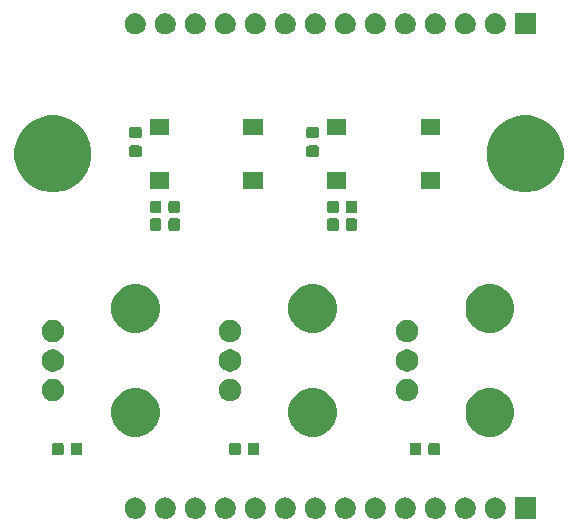
<source format=gbr>
G04 #@! TF.GenerationSoftware,KiCad,Pcbnew,5.1.5*
G04 #@! TF.CreationDate,2020-01-13T20:50:12-05:00*
G04 #@! TF.ProjectId,inputs_addon,696e7075-7473-45f6-9164-646f6e2e6b69,0*
G04 #@! TF.SameCoordinates,Original*
G04 #@! TF.FileFunction,Soldermask,Top*
G04 #@! TF.FilePolarity,Negative*
%FSLAX46Y46*%
G04 Gerber Fmt 4.6, Leading zero omitted, Abs format (unit mm)*
G04 Created by KiCad (PCBNEW 5.1.5) date 2020-01-13 20:50:12*
%MOMM*%
%LPD*%
G04 APERTURE LIST*
%ADD10C,0.100000*%
G04 APERTURE END LIST*
D10*
G36*
X162093512Y-144103927D02*
G01*
X162242812Y-144133624D01*
X162406784Y-144201544D01*
X162554354Y-144300147D01*
X162679853Y-144425646D01*
X162778456Y-144573216D01*
X162846376Y-144737188D01*
X162881000Y-144911259D01*
X162881000Y-145088741D01*
X162846376Y-145262812D01*
X162778456Y-145426784D01*
X162679853Y-145574354D01*
X162554354Y-145699853D01*
X162406784Y-145798456D01*
X162242812Y-145866376D01*
X162093512Y-145896073D01*
X162068742Y-145901000D01*
X161891258Y-145901000D01*
X161866488Y-145896073D01*
X161717188Y-145866376D01*
X161553216Y-145798456D01*
X161405646Y-145699853D01*
X161280147Y-145574354D01*
X161181544Y-145426784D01*
X161113624Y-145262812D01*
X161079000Y-145088741D01*
X161079000Y-144911259D01*
X161113624Y-144737188D01*
X161181544Y-144573216D01*
X161280147Y-144425646D01*
X161405646Y-144300147D01*
X161553216Y-144201544D01*
X161717188Y-144133624D01*
X161866488Y-144103927D01*
X161891258Y-144099000D01*
X162068742Y-144099000D01*
X162093512Y-144103927D01*
G37*
G36*
X192573512Y-144103927D02*
G01*
X192722812Y-144133624D01*
X192886784Y-144201544D01*
X193034354Y-144300147D01*
X193159853Y-144425646D01*
X193258456Y-144573216D01*
X193326376Y-144737188D01*
X193361000Y-144911259D01*
X193361000Y-145088741D01*
X193326376Y-145262812D01*
X193258456Y-145426784D01*
X193159853Y-145574354D01*
X193034354Y-145699853D01*
X192886784Y-145798456D01*
X192722812Y-145866376D01*
X192573512Y-145896073D01*
X192548742Y-145901000D01*
X192371258Y-145901000D01*
X192346488Y-145896073D01*
X192197188Y-145866376D01*
X192033216Y-145798456D01*
X191885646Y-145699853D01*
X191760147Y-145574354D01*
X191661544Y-145426784D01*
X191593624Y-145262812D01*
X191559000Y-145088741D01*
X191559000Y-144911259D01*
X191593624Y-144737188D01*
X191661544Y-144573216D01*
X191760147Y-144425646D01*
X191885646Y-144300147D01*
X192033216Y-144201544D01*
X192197188Y-144133624D01*
X192346488Y-144103927D01*
X192371258Y-144099000D01*
X192548742Y-144099000D01*
X192573512Y-144103927D01*
G37*
G36*
X195901000Y-145901000D02*
G01*
X194099000Y-145901000D01*
X194099000Y-144099000D01*
X195901000Y-144099000D01*
X195901000Y-145901000D01*
G37*
G36*
X190033512Y-144103927D02*
G01*
X190182812Y-144133624D01*
X190346784Y-144201544D01*
X190494354Y-144300147D01*
X190619853Y-144425646D01*
X190718456Y-144573216D01*
X190786376Y-144737188D01*
X190821000Y-144911259D01*
X190821000Y-145088741D01*
X190786376Y-145262812D01*
X190718456Y-145426784D01*
X190619853Y-145574354D01*
X190494354Y-145699853D01*
X190346784Y-145798456D01*
X190182812Y-145866376D01*
X190033512Y-145896073D01*
X190008742Y-145901000D01*
X189831258Y-145901000D01*
X189806488Y-145896073D01*
X189657188Y-145866376D01*
X189493216Y-145798456D01*
X189345646Y-145699853D01*
X189220147Y-145574354D01*
X189121544Y-145426784D01*
X189053624Y-145262812D01*
X189019000Y-145088741D01*
X189019000Y-144911259D01*
X189053624Y-144737188D01*
X189121544Y-144573216D01*
X189220147Y-144425646D01*
X189345646Y-144300147D01*
X189493216Y-144201544D01*
X189657188Y-144133624D01*
X189806488Y-144103927D01*
X189831258Y-144099000D01*
X190008742Y-144099000D01*
X190033512Y-144103927D01*
G37*
G36*
X187493512Y-144103927D02*
G01*
X187642812Y-144133624D01*
X187806784Y-144201544D01*
X187954354Y-144300147D01*
X188079853Y-144425646D01*
X188178456Y-144573216D01*
X188246376Y-144737188D01*
X188281000Y-144911259D01*
X188281000Y-145088741D01*
X188246376Y-145262812D01*
X188178456Y-145426784D01*
X188079853Y-145574354D01*
X187954354Y-145699853D01*
X187806784Y-145798456D01*
X187642812Y-145866376D01*
X187493512Y-145896073D01*
X187468742Y-145901000D01*
X187291258Y-145901000D01*
X187266488Y-145896073D01*
X187117188Y-145866376D01*
X186953216Y-145798456D01*
X186805646Y-145699853D01*
X186680147Y-145574354D01*
X186581544Y-145426784D01*
X186513624Y-145262812D01*
X186479000Y-145088741D01*
X186479000Y-144911259D01*
X186513624Y-144737188D01*
X186581544Y-144573216D01*
X186680147Y-144425646D01*
X186805646Y-144300147D01*
X186953216Y-144201544D01*
X187117188Y-144133624D01*
X187266488Y-144103927D01*
X187291258Y-144099000D01*
X187468742Y-144099000D01*
X187493512Y-144103927D01*
G37*
G36*
X184953512Y-144103927D02*
G01*
X185102812Y-144133624D01*
X185266784Y-144201544D01*
X185414354Y-144300147D01*
X185539853Y-144425646D01*
X185638456Y-144573216D01*
X185706376Y-144737188D01*
X185741000Y-144911259D01*
X185741000Y-145088741D01*
X185706376Y-145262812D01*
X185638456Y-145426784D01*
X185539853Y-145574354D01*
X185414354Y-145699853D01*
X185266784Y-145798456D01*
X185102812Y-145866376D01*
X184953512Y-145896073D01*
X184928742Y-145901000D01*
X184751258Y-145901000D01*
X184726488Y-145896073D01*
X184577188Y-145866376D01*
X184413216Y-145798456D01*
X184265646Y-145699853D01*
X184140147Y-145574354D01*
X184041544Y-145426784D01*
X183973624Y-145262812D01*
X183939000Y-145088741D01*
X183939000Y-144911259D01*
X183973624Y-144737188D01*
X184041544Y-144573216D01*
X184140147Y-144425646D01*
X184265646Y-144300147D01*
X184413216Y-144201544D01*
X184577188Y-144133624D01*
X184726488Y-144103927D01*
X184751258Y-144099000D01*
X184928742Y-144099000D01*
X184953512Y-144103927D01*
G37*
G36*
X182413512Y-144103927D02*
G01*
X182562812Y-144133624D01*
X182726784Y-144201544D01*
X182874354Y-144300147D01*
X182999853Y-144425646D01*
X183098456Y-144573216D01*
X183166376Y-144737188D01*
X183201000Y-144911259D01*
X183201000Y-145088741D01*
X183166376Y-145262812D01*
X183098456Y-145426784D01*
X182999853Y-145574354D01*
X182874354Y-145699853D01*
X182726784Y-145798456D01*
X182562812Y-145866376D01*
X182413512Y-145896073D01*
X182388742Y-145901000D01*
X182211258Y-145901000D01*
X182186488Y-145896073D01*
X182037188Y-145866376D01*
X181873216Y-145798456D01*
X181725646Y-145699853D01*
X181600147Y-145574354D01*
X181501544Y-145426784D01*
X181433624Y-145262812D01*
X181399000Y-145088741D01*
X181399000Y-144911259D01*
X181433624Y-144737188D01*
X181501544Y-144573216D01*
X181600147Y-144425646D01*
X181725646Y-144300147D01*
X181873216Y-144201544D01*
X182037188Y-144133624D01*
X182186488Y-144103927D01*
X182211258Y-144099000D01*
X182388742Y-144099000D01*
X182413512Y-144103927D01*
G37*
G36*
X179873512Y-144103927D02*
G01*
X180022812Y-144133624D01*
X180186784Y-144201544D01*
X180334354Y-144300147D01*
X180459853Y-144425646D01*
X180558456Y-144573216D01*
X180626376Y-144737188D01*
X180661000Y-144911259D01*
X180661000Y-145088741D01*
X180626376Y-145262812D01*
X180558456Y-145426784D01*
X180459853Y-145574354D01*
X180334354Y-145699853D01*
X180186784Y-145798456D01*
X180022812Y-145866376D01*
X179873512Y-145896073D01*
X179848742Y-145901000D01*
X179671258Y-145901000D01*
X179646488Y-145896073D01*
X179497188Y-145866376D01*
X179333216Y-145798456D01*
X179185646Y-145699853D01*
X179060147Y-145574354D01*
X178961544Y-145426784D01*
X178893624Y-145262812D01*
X178859000Y-145088741D01*
X178859000Y-144911259D01*
X178893624Y-144737188D01*
X178961544Y-144573216D01*
X179060147Y-144425646D01*
X179185646Y-144300147D01*
X179333216Y-144201544D01*
X179497188Y-144133624D01*
X179646488Y-144103927D01*
X179671258Y-144099000D01*
X179848742Y-144099000D01*
X179873512Y-144103927D01*
G37*
G36*
X177333512Y-144103927D02*
G01*
X177482812Y-144133624D01*
X177646784Y-144201544D01*
X177794354Y-144300147D01*
X177919853Y-144425646D01*
X178018456Y-144573216D01*
X178086376Y-144737188D01*
X178121000Y-144911259D01*
X178121000Y-145088741D01*
X178086376Y-145262812D01*
X178018456Y-145426784D01*
X177919853Y-145574354D01*
X177794354Y-145699853D01*
X177646784Y-145798456D01*
X177482812Y-145866376D01*
X177333512Y-145896073D01*
X177308742Y-145901000D01*
X177131258Y-145901000D01*
X177106488Y-145896073D01*
X176957188Y-145866376D01*
X176793216Y-145798456D01*
X176645646Y-145699853D01*
X176520147Y-145574354D01*
X176421544Y-145426784D01*
X176353624Y-145262812D01*
X176319000Y-145088741D01*
X176319000Y-144911259D01*
X176353624Y-144737188D01*
X176421544Y-144573216D01*
X176520147Y-144425646D01*
X176645646Y-144300147D01*
X176793216Y-144201544D01*
X176957188Y-144133624D01*
X177106488Y-144103927D01*
X177131258Y-144099000D01*
X177308742Y-144099000D01*
X177333512Y-144103927D01*
G37*
G36*
X174793512Y-144103927D02*
G01*
X174942812Y-144133624D01*
X175106784Y-144201544D01*
X175254354Y-144300147D01*
X175379853Y-144425646D01*
X175478456Y-144573216D01*
X175546376Y-144737188D01*
X175581000Y-144911259D01*
X175581000Y-145088741D01*
X175546376Y-145262812D01*
X175478456Y-145426784D01*
X175379853Y-145574354D01*
X175254354Y-145699853D01*
X175106784Y-145798456D01*
X174942812Y-145866376D01*
X174793512Y-145896073D01*
X174768742Y-145901000D01*
X174591258Y-145901000D01*
X174566488Y-145896073D01*
X174417188Y-145866376D01*
X174253216Y-145798456D01*
X174105646Y-145699853D01*
X173980147Y-145574354D01*
X173881544Y-145426784D01*
X173813624Y-145262812D01*
X173779000Y-145088741D01*
X173779000Y-144911259D01*
X173813624Y-144737188D01*
X173881544Y-144573216D01*
X173980147Y-144425646D01*
X174105646Y-144300147D01*
X174253216Y-144201544D01*
X174417188Y-144133624D01*
X174566488Y-144103927D01*
X174591258Y-144099000D01*
X174768742Y-144099000D01*
X174793512Y-144103927D01*
G37*
G36*
X172253512Y-144103927D02*
G01*
X172402812Y-144133624D01*
X172566784Y-144201544D01*
X172714354Y-144300147D01*
X172839853Y-144425646D01*
X172938456Y-144573216D01*
X173006376Y-144737188D01*
X173041000Y-144911259D01*
X173041000Y-145088741D01*
X173006376Y-145262812D01*
X172938456Y-145426784D01*
X172839853Y-145574354D01*
X172714354Y-145699853D01*
X172566784Y-145798456D01*
X172402812Y-145866376D01*
X172253512Y-145896073D01*
X172228742Y-145901000D01*
X172051258Y-145901000D01*
X172026488Y-145896073D01*
X171877188Y-145866376D01*
X171713216Y-145798456D01*
X171565646Y-145699853D01*
X171440147Y-145574354D01*
X171341544Y-145426784D01*
X171273624Y-145262812D01*
X171239000Y-145088741D01*
X171239000Y-144911259D01*
X171273624Y-144737188D01*
X171341544Y-144573216D01*
X171440147Y-144425646D01*
X171565646Y-144300147D01*
X171713216Y-144201544D01*
X171877188Y-144133624D01*
X172026488Y-144103927D01*
X172051258Y-144099000D01*
X172228742Y-144099000D01*
X172253512Y-144103927D01*
G37*
G36*
X169713512Y-144103927D02*
G01*
X169862812Y-144133624D01*
X170026784Y-144201544D01*
X170174354Y-144300147D01*
X170299853Y-144425646D01*
X170398456Y-144573216D01*
X170466376Y-144737188D01*
X170501000Y-144911259D01*
X170501000Y-145088741D01*
X170466376Y-145262812D01*
X170398456Y-145426784D01*
X170299853Y-145574354D01*
X170174354Y-145699853D01*
X170026784Y-145798456D01*
X169862812Y-145866376D01*
X169713512Y-145896073D01*
X169688742Y-145901000D01*
X169511258Y-145901000D01*
X169486488Y-145896073D01*
X169337188Y-145866376D01*
X169173216Y-145798456D01*
X169025646Y-145699853D01*
X168900147Y-145574354D01*
X168801544Y-145426784D01*
X168733624Y-145262812D01*
X168699000Y-145088741D01*
X168699000Y-144911259D01*
X168733624Y-144737188D01*
X168801544Y-144573216D01*
X168900147Y-144425646D01*
X169025646Y-144300147D01*
X169173216Y-144201544D01*
X169337188Y-144133624D01*
X169486488Y-144103927D01*
X169511258Y-144099000D01*
X169688742Y-144099000D01*
X169713512Y-144103927D01*
G37*
G36*
X167173512Y-144103927D02*
G01*
X167322812Y-144133624D01*
X167486784Y-144201544D01*
X167634354Y-144300147D01*
X167759853Y-144425646D01*
X167858456Y-144573216D01*
X167926376Y-144737188D01*
X167961000Y-144911259D01*
X167961000Y-145088741D01*
X167926376Y-145262812D01*
X167858456Y-145426784D01*
X167759853Y-145574354D01*
X167634354Y-145699853D01*
X167486784Y-145798456D01*
X167322812Y-145866376D01*
X167173512Y-145896073D01*
X167148742Y-145901000D01*
X166971258Y-145901000D01*
X166946488Y-145896073D01*
X166797188Y-145866376D01*
X166633216Y-145798456D01*
X166485646Y-145699853D01*
X166360147Y-145574354D01*
X166261544Y-145426784D01*
X166193624Y-145262812D01*
X166159000Y-145088741D01*
X166159000Y-144911259D01*
X166193624Y-144737188D01*
X166261544Y-144573216D01*
X166360147Y-144425646D01*
X166485646Y-144300147D01*
X166633216Y-144201544D01*
X166797188Y-144133624D01*
X166946488Y-144103927D01*
X166971258Y-144099000D01*
X167148742Y-144099000D01*
X167173512Y-144103927D01*
G37*
G36*
X164633512Y-144103927D02*
G01*
X164782812Y-144133624D01*
X164946784Y-144201544D01*
X165094354Y-144300147D01*
X165219853Y-144425646D01*
X165318456Y-144573216D01*
X165386376Y-144737188D01*
X165421000Y-144911259D01*
X165421000Y-145088741D01*
X165386376Y-145262812D01*
X165318456Y-145426784D01*
X165219853Y-145574354D01*
X165094354Y-145699853D01*
X164946784Y-145798456D01*
X164782812Y-145866376D01*
X164633512Y-145896073D01*
X164608742Y-145901000D01*
X164431258Y-145901000D01*
X164406488Y-145896073D01*
X164257188Y-145866376D01*
X164093216Y-145798456D01*
X163945646Y-145699853D01*
X163820147Y-145574354D01*
X163721544Y-145426784D01*
X163653624Y-145262812D01*
X163619000Y-145088741D01*
X163619000Y-144911259D01*
X163653624Y-144737188D01*
X163721544Y-144573216D01*
X163820147Y-144425646D01*
X163945646Y-144300147D01*
X164093216Y-144201544D01*
X164257188Y-144133624D01*
X164406488Y-144103927D01*
X164431258Y-144099000D01*
X164608742Y-144099000D01*
X164633512Y-144103927D01*
G37*
G36*
X187629591Y-139478085D02*
G01*
X187663569Y-139488393D01*
X187694890Y-139505134D01*
X187722339Y-139527661D01*
X187744866Y-139555110D01*
X187761607Y-139586431D01*
X187771915Y-139620409D01*
X187776000Y-139661890D01*
X187776000Y-140338110D01*
X187771915Y-140379591D01*
X187761607Y-140413569D01*
X187744866Y-140444890D01*
X187722339Y-140472339D01*
X187694890Y-140494866D01*
X187663569Y-140511607D01*
X187629591Y-140521915D01*
X187588110Y-140526000D01*
X186986890Y-140526000D01*
X186945409Y-140521915D01*
X186911431Y-140511607D01*
X186880110Y-140494866D01*
X186852661Y-140472339D01*
X186830134Y-140444890D01*
X186813393Y-140413569D01*
X186803085Y-140379591D01*
X186799000Y-140338110D01*
X186799000Y-139661890D01*
X186803085Y-139620409D01*
X186813393Y-139586431D01*
X186830134Y-139555110D01*
X186852661Y-139527661D01*
X186880110Y-139505134D01*
X186911431Y-139488393D01*
X186945409Y-139478085D01*
X186986890Y-139474000D01*
X187588110Y-139474000D01*
X187629591Y-139478085D01*
G37*
G36*
X186054591Y-139478085D02*
G01*
X186088569Y-139488393D01*
X186119890Y-139505134D01*
X186147339Y-139527661D01*
X186169866Y-139555110D01*
X186186607Y-139586431D01*
X186196915Y-139620409D01*
X186201000Y-139661890D01*
X186201000Y-140338110D01*
X186196915Y-140379591D01*
X186186607Y-140413569D01*
X186169866Y-140444890D01*
X186147339Y-140472339D01*
X186119890Y-140494866D01*
X186088569Y-140511607D01*
X186054591Y-140521915D01*
X186013110Y-140526000D01*
X185411890Y-140526000D01*
X185370409Y-140521915D01*
X185336431Y-140511607D01*
X185305110Y-140494866D01*
X185277661Y-140472339D01*
X185255134Y-140444890D01*
X185238393Y-140413569D01*
X185228085Y-140379591D01*
X185224000Y-140338110D01*
X185224000Y-139661890D01*
X185228085Y-139620409D01*
X185238393Y-139586431D01*
X185255134Y-139555110D01*
X185277661Y-139527661D01*
X185305110Y-139505134D01*
X185336431Y-139488393D01*
X185370409Y-139478085D01*
X185411890Y-139474000D01*
X186013110Y-139474000D01*
X186054591Y-139478085D01*
G37*
G36*
X170767091Y-139478085D02*
G01*
X170801069Y-139488393D01*
X170832390Y-139505134D01*
X170859839Y-139527661D01*
X170882366Y-139555110D01*
X170899107Y-139586431D01*
X170909415Y-139620409D01*
X170913500Y-139661890D01*
X170913500Y-140338110D01*
X170909415Y-140379591D01*
X170899107Y-140413569D01*
X170882366Y-140444890D01*
X170859839Y-140472339D01*
X170832390Y-140494866D01*
X170801069Y-140511607D01*
X170767091Y-140521915D01*
X170725610Y-140526000D01*
X170124390Y-140526000D01*
X170082909Y-140521915D01*
X170048931Y-140511607D01*
X170017610Y-140494866D01*
X169990161Y-140472339D01*
X169967634Y-140444890D01*
X169950893Y-140413569D01*
X169940585Y-140379591D01*
X169936500Y-140338110D01*
X169936500Y-139661890D01*
X169940585Y-139620409D01*
X169950893Y-139586431D01*
X169967634Y-139555110D01*
X169990161Y-139527661D01*
X170017610Y-139505134D01*
X170048931Y-139488393D01*
X170082909Y-139478085D01*
X170124390Y-139474000D01*
X170725610Y-139474000D01*
X170767091Y-139478085D01*
G37*
G36*
X155767091Y-139478085D02*
G01*
X155801069Y-139488393D01*
X155832390Y-139505134D01*
X155859839Y-139527661D01*
X155882366Y-139555110D01*
X155899107Y-139586431D01*
X155909415Y-139620409D01*
X155913500Y-139661890D01*
X155913500Y-140338110D01*
X155909415Y-140379591D01*
X155899107Y-140413569D01*
X155882366Y-140444890D01*
X155859839Y-140472339D01*
X155832390Y-140494866D01*
X155801069Y-140511607D01*
X155767091Y-140521915D01*
X155725610Y-140526000D01*
X155124390Y-140526000D01*
X155082909Y-140521915D01*
X155048931Y-140511607D01*
X155017610Y-140494866D01*
X154990161Y-140472339D01*
X154967634Y-140444890D01*
X154950893Y-140413569D01*
X154940585Y-140379591D01*
X154936500Y-140338110D01*
X154936500Y-139661890D01*
X154940585Y-139620409D01*
X154950893Y-139586431D01*
X154967634Y-139555110D01*
X154990161Y-139527661D01*
X155017610Y-139505134D01*
X155048931Y-139488393D01*
X155082909Y-139478085D01*
X155124390Y-139474000D01*
X155725610Y-139474000D01*
X155767091Y-139478085D01*
G37*
G36*
X172342091Y-139478085D02*
G01*
X172376069Y-139488393D01*
X172407390Y-139505134D01*
X172434839Y-139527661D01*
X172457366Y-139555110D01*
X172474107Y-139586431D01*
X172484415Y-139620409D01*
X172488500Y-139661890D01*
X172488500Y-140338110D01*
X172484415Y-140379591D01*
X172474107Y-140413569D01*
X172457366Y-140444890D01*
X172434839Y-140472339D01*
X172407390Y-140494866D01*
X172376069Y-140511607D01*
X172342091Y-140521915D01*
X172300610Y-140526000D01*
X171699390Y-140526000D01*
X171657909Y-140521915D01*
X171623931Y-140511607D01*
X171592610Y-140494866D01*
X171565161Y-140472339D01*
X171542634Y-140444890D01*
X171525893Y-140413569D01*
X171515585Y-140379591D01*
X171511500Y-140338110D01*
X171511500Y-139661890D01*
X171515585Y-139620409D01*
X171525893Y-139586431D01*
X171542634Y-139555110D01*
X171565161Y-139527661D01*
X171592610Y-139505134D01*
X171623931Y-139488393D01*
X171657909Y-139478085D01*
X171699390Y-139474000D01*
X172300610Y-139474000D01*
X172342091Y-139478085D01*
G37*
G36*
X157342091Y-139478085D02*
G01*
X157376069Y-139488393D01*
X157407390Y-139505134D01*
X157434839Y-139527661D01*
X157457366Y-139555110D01*
X157474107Y-139586431D01*
X157484415Y-139620409D01*
X157488500Y-139661890D01*
X157488500Y-140338110D01*
X157484415Y-140379591D01*
X157474107Y-140413569D01*
X157457366Y-140444890D01*
X157434839Y-140472339D01*
X157407390Y-140494866D01*
X157376069Y-140511607D01*
X157342091Y-140521915D01*
X157300610Y-140526000D01*
X156699390Y-140526000D01*
X156657909Y-140521915D01*
X156623931Y-140511607D01*
X156592610Y-140494866D01*
X156565161Y-140472339D01*
X156542634Y-140444890D01*
X156525893Y-140413569D01*
X156515585Y-140379591D01*
X156511500Y-140338110D01*
X156511500Y-139661890D01*
X156515585Y-139620409D01*
X156525893Y-139586431D01*
X156542634Y-139555110D01*
X156565161Y-139527661D01*
X156592610Y-139505134D01*
X156623931Y-139488393D01*
X156657909Y-139478085D01*
X156699390Y-139474000D01*
X157300610Y-139474000D01*
X157342091Y-139478085D01*
G37*
G36*
X192598254Y-134927818D02*
G01*
X192971511Y-135082426D01*
X192971513Y-135082427D01*
X193307436Y-135306884D01*
X193593116Y-135592564D01*
X193808196Y-135914453D01*
X193817574Y-135928489D01*
X193972182Y-136301746D01*
X194051000Y-136697993D01*
X194051000Y-137102007D01*
X193972182Y-137498254D01*
X193817574Y-137871511D01*
X193817573Y-137871513D01*
X193593116Y-138207436D01*
X193307436Y-138493116D01*
X192971513Y-138717573D01*
X192971512Y-138717574D01*
X192971511Y-138717574D01*
X192598254Y-138872182D01*
X192202007Y-138951000D01*
X191797993Y-138951000D01*
X191401746Y-138872182D01*
X191028489Y-138717574D01*
X191028488Y-138717574D01*
X191028487Y-138717573D01*
X190692564Y-138493116D01*
X190406884Y-138207436D01*
X190182427Y-137871513D01*
X190182426Y-137871511D01*
X190027818Y-137498254D01*
X189949000Y-137102007D01*
X189949000Y-136697993D01*
X190027818Y-136301746D01*
X190182426Y-135928489D01*
X190191805Y-135914453D01*
X190406884Y-135592564D01*
X190692564Y-135306884D01*
X191028487Y-135082427D01*
X191028489Y-135082426D01*
X191401746Y-134927818D01*
X191797993Y-134849000D01*
X192202007Y-134849000D01*
X192598254Y-134927818D01*
G37*
G36*
X177598254Y-134927818D02*
G01*
X177971511Y-135082426D01*
X177971513Y-135082427D01*
X178307436Y-135306884D01*
X178593116Y-135592564D01*
X178808196Y-135914453D01*
X178817574Y-135928489D01*
X178972182Y-136301746D01*
X179051000Y-136697993D01*
X179051000Y-137102007D01*
X178972182Y-137498254D01*
X178817574Y-137871511D01*
X178817573Y-137871513D01*
X178593116Y-138207436D01*
X178307436Y-138493116D01*
X177971513Y-138717573D01*
X177971512Y-138717574D01*
X177971511Y-138717574D01*
X177598254Y-138872182D01*
X177202007Y-138951000D01*
X176797993Y-138951000D01*
X176401746Y-138872182D01*
X176028489Y-138717574D01*
X176028488Y-138717574D01*
X176028487Y-138717573D01*
X175692564Y-138493116D01*
X175406884Y-138207436D01*
X175182427Y-137871513D01*
X175182426Y-137871511D01*
X175027818Y-137498254D01*
X174949000Y-137102007D01*
X174949000Y-136697993D01*
X175027818Y-136301746D01*
X175182426Y-135928489D01*
X175191805Y-135914453D01*
X175406884Y-135592564D01*
X175692564Y-135306884D01*
X176028487Y-135082427D01*
X176028489Y-135082426D01*
X176401746Y-134927818D01*
X176797993Y-134849000D01*
X177202007Y-134849000D01*
X177598254Y-134927818D01*
G37*
G36*
X162598254Y-134927818D02*
G01*
X162971511Y-135082426D01*
X162971513Y-135082427D01*
X163307436Y-135306884D01*
X163593116Y-135592564D01*
X163808196Y-135914453D01*
X163817574Y-135928489D01*
X163972182Y-136301746D01*
X164051000Y-136697993D01*
X164051000Y-137102007D01*
X163972182Y-137498254D01*
X163817574Y-137871511D01*
X163817573Y-137871513D01*
X163593116Y-138207436D01*
X163307436Y-138493116D01*
X162971513Y-138717573D01*
X162971512Y-138717574D01*
X162971511Y-138717574D01*
X162598254Y-138872182D01*
X162202007Y-138951000D01*
X161797993Y-138951000D01*
X161401746Y-138872182D01*
X161028489Y-138717574D01*
X161028488Y-138717574D01*
X161028487Y-138717573D01*
X160692564Y-138493116D01*
X160406884Y-138207436D01*
X160182427Y-137871513D01*
X160182426Y-137871511D01*
X160027818Y-137498254D01*
X159949000Y-137102007D01*
X159949000Y-136697993D01*
X160027818Y-136301746D01*
X160182426Y-135928489D01*
X160191805Y-135914453D01*
X160406884Y-135592564D01*
X160692564Y-135306884D01*
X161028487Y-135082427D01*
X161028489Y-135082426D01*
X161401746Y-134927818D01*
X161797993Y-134849000D01*
X162202007Y-134849000D01*
X162598254Y-134927818D01*
G37*
G36*
X155277395Y-134085546D02*
G01*
X155450466Y-134157234D01*
X155450467Y-134157235D01*
X155606227Y-134261310D01*
X155738690Y-134393773D01*
X155738691Y-134393775D01*
X155842766Y-134549534D01*
X155914454Y-134722605D01*
X155951000Y-134906333D01*
X155951000Y-135093667D01*
X155914454Y-135277395D01*
X155842766Y-135450466D01*
X155842765Y-135450467D01*
X155738690Y-135606227D01*
X155606227Y-135738690D01*
X155527818Y-135791081D01*
X155450466Y-135842766D01*
X155277395Y-135914454D01*
X155093667Y-135951000D01*
X154906333Y-135951000D01*
X154722605Y-135914454D01*
X154549534Y-135842766D01*
X154472182Y-135791081D01*
X154393773Y-135738690D01*
X154261310Y-135606227D01*
X154157235Y-135450467D01*
X154157234Y-135450466D01*
X154085546Y-135277395D01*
X154049000Y-135093667D01*
X154049000Y-134906333D01*
X154085546Y-134722605D01*
X154157234Y-134549534D01*
X154261309Y-134393775D01*
X154261310Y-134393773D01*
X154393773Y-134261310D01*
X154549533Y-134157235D01*
X154549534Y-134157234D01*
X154722605Y-134085546D01*
X154906333Y-134049000D01*
X155093667Y-134049000D01*
X155277395Y-134085546D01*
G37*
G36*
X170277395Y-134085546D02*
G01*
X170450466Y-134157234D01*
X170450467Y-134157235D01*
X170606227Y-134261310D01*
X170738690Y-134393773D01*
X170738691Y-134393775D01*
X170842766Y-134549534D01*
X170914454Y-134722605D01*
X170951000Y-134906333D01*
X170951000Y-135093667D01*
X170914454Y-135277395D01*
X170842766Y-135450466D01*
X170842765Y-135450467D01*
X170738690Y-135606227D01*
X170606227Y-135738690D01*
X170527818Y-135791081D01*
X170450466Y-135842766D01*
X170277395Y-135914454D01*
X170093667Y-135951000D01*
X169906333Y-135951000D01*
X169722605Y-135914454D01*
X169549534Y-135842766D01*
X169472182Y-135791081D01*
X169393773Y-135738690D01*
X169261310Y-135606227D01*
X169157235Y-135450467D01*
X169157234Y-135450466D01*
X169085546Y-135277395D01*
X169049000Y-135093667D01*
X169049000Y-134906333D01*
X169085546Y-134722605D01*
X169157234Y-134549534D01*
X169261309Y-134393775D01*
X169261310Y-134393773D01*
X169393773Y-134261310D01*
X169549533Y-134157235D01*
X169549534Y-134157234D01*
X169722605Y-134085546D01*
X169906333Y-134049000D01*
X170093667Y-134049000D01*
X170277395Y-134085546D01*
G37*
G36*
X185277395Y-134085546D02*
G01*
X185450466Y-134157234D01*
X185450467Y-134157235D01*
X185606227Y-134261310D01*
X185738690Y-134393773D01*
X185738691Y-134393775D01*
X185842766Y-134549534D01*
X185914454Y-134722605D01*
X185951000Y-134906333D01*
X185951000Y-135093667D01*
X185914454Y-135277395D01*
X185842766Y-135450466D01*
X185842765Y-135450467D01*
X185738690Y-135606227D01*
X185606227Y-135738690D01*
X185527818Y-135791081D01*
X185450466Y-135842766D01*
X185277395Y-135914454D01*
X185093667Y-135951000D01*
X184906333Y-135951000D01*
X184722605Y-135914454D01*
X184549534Y-135842766D01*
X184472182Y-135791081D01*
X184393773Y-135738690D01*
X184261310Y-135606227D01*
X184157235Y-135450467D01*
X184157234Y-135450466D01*
X184085546Y-135277395D01*
X184049000Y-135093667D01*
X184049000Y-134906333D01*
X184085546Y-134722605D01*
X184157234Y-134549534D01*
X184261309Y-134393775D01*
X184261310Y-134393773D01*
X184393773Y-134261310D01*
X184549533Y-134157235D01*
X184549534Y-134157234D01*
X184722605Y-134085546D01*
X184906333Y-134049000D01*
X185093667Y-134049000D01*
X185277395Y-134085546D01*
G37*
G36*
X170277395Y-131585546D02*
G01*
X170450466Y-131657234D01*
X170450467Y-131657235D01*
X170606227Y-131761310D01*
X170738690Y-131893773D01*
X170738691Y-131893775D01*
X170842766Y-132049534D01*
X170914454Y-132222605D01*
X170951000Y-132406333D01*
X170951000Y-132593667D01*
X170914454Y-132777395D01*
X170842766Y-132950466D01*
X170842765Y-132950467D01*
X170738690Y-133106227D01*
X170606227Y-133238690D01*
X170527818Y-133291081D01*
X170450466Y-133342766D01*
X170277395Y-133414454D01*
X170093667Y-133451000D01*
X169906333Y-133451000D01*
X169722605Y-133414454D01*
X169549534Y-133342766D01*
X169472182Y-133291081D01*
X169393773Y-133238690D01*
X169261310Y-133106227D01*
X169157235Y-132950467D01*
X169157234Y-132950466D01*
X169085546Y-132777395D01*
X169049000Y-132593667D01*
X169049000Y-132406333D01*
X169085546Y-132222605D01*
X169157234Y-132049534D01*
X169261309Y-131893775D01*
X169261310Y-131893773D01*
X169393773Y-131761310D01*
X169549533Y-131657235D01*
X169549534Y-131657234D01*
X169722605Y-131585546D01*
X169906333Y-131549000D01*
X170093667Y-131549000D01*
X170277395Y-131585546D01*
G37*
G36*
X155277395Y-131585546D02*
G01*
X155450466Y-131657234D01*
X155450467Y-131657235D01*
X155606227Y-131761310D01*
X155738690Y-131893773D01*
X155738691Y-131893775D01*
X155842766Y-132049534D01*
X155914454Y-132222605D01*
X155951000Y-132406333D01*
X155951000Y-132593667D01*
X155914454Y-132777395D01*
X155842766Y-132950466D01*
X155842765Y-132950467D01*
X155738690Y-133106227D01*
X155606227Y-133238690D01*
X155527818Y-133291081D01*
X155450466Y-133342766D01*
X155277395Y-133414454D01*
X155093667Y-133451000D01*
X154906333Y-133451000D01*
X154722605Y-133414454D01*
X154549534Y-133342766D01*
X154472182Y-133291081D01*
X154393773Y-133238690D01*
X154261310Y-133106227D01*
X154157235Y-132950467D01*
X154157234Y-132950466D01*
X154085546Y-132777395D01*
X154049000Y-132593667D01*
X154049000Y-132406333D01*
X154085546Y-132222605D01*
X154157234Y-132049534D01*
X154261309Y-131893775D01*
X154261310Y-131893773D01*
X154393773Y-131761310D01*
X154549533Y-131657235D01*
X154549534Y-131657234D01*
X154722605Y-131585546D01*
X154906333Y-131549000D01*
X155093667Y-131549000D01*
X155277395Y-131585546D01*
G37*
G36*
X185277395Y-131585546D02*
G01*
X185450466Y-131657234D01*
X185450467Y-131657235D01*
X185606227Y-131761310D01*
X185738690Y-131893773D01*
X185738691Y-131893775D01*
X185842766Y-132049534D01*
X185914454Y-132222605D01*
X185951000Y-132406333D01*
X185951000Y-132593667D01*
X185914454Y-132777395D01*
X185842766Y-132950466D01*
X185842765Y-132950467D01*
X185738690Y-133106227D01*
X185606227Y-133238690D01*
X185527818Y-133291081D01*
X185450466Y-133342766D01*
X185277395Y-133414454D01*
X185093667Y-133451000D01*
X184906333Y-133451000D01*
X184722605Y-133414454D01*
X184549534Y-133342766D01*
X184472182Y-133291081D01*
X184393773Y-133238690D01*
X184261310Y-133106227D01*
X184157235Y-132950467D01*
X184157234Y-132950466D01*
X184085546Y-132777395D01*
X184049000Y-132593667D01*
X184049000Y-132406333D01*
X184085546Y-132222605D01*
X184157234Y-132049534D01*
X184261309Y-131893775D01*
X184261310Y-131893773D01*
X184393773Y-131761310D01*
X184549533Y-131657235D01*
X184549534Y-131657234D01*
X184722605Y-131585546D01*
X184906333Y-131549000D01*
X185093667Y-131549000D01*
X185277395Y-131585546D01*
G37*
G36*
X155277395Y-129085546D02*
G01*
X155450466Y-129157234D01*
X155450467Y-129157235D01*
X155606227Y-129261310D01*
X155738690Y-129393773D01*
X155738691Y-129393775D01*
X155842766Y-129549534D01*
X155914454Y-129722605D01*
X155951000Y-129906333D01*
X155951000Y-130093667D01*
X155914454Y-130277395D01*
X155842766Y-130450466D01*
X155842765Y-130450467D01*
X155738690Y-130606227D01*
X155606227Y-130738690D01*
X155527818Y-130791081D01*
X155450466Y-130842766D01*
X155277395Y-130914454D01*
X155093667Y-130951000D01*
X154906333Y-130951000D01*
X154722605Y-130914454D01*
X154549534Y-130842766D01*
X154472182Y-130791081D01*
X154393773Y-130738690D01*
X154261310Y-130606227D01*
X154157235Y-130450467D01*
X154157234Y-130450466D01*
X154085546Y-130277395D01*
X154049000Y-130093667D01*
X154049000Y-129906333D01*
X154085546Y-129722605D01*
X154157234Y-129549534D01*
X154261309Y-129393775D01*
X154261310Y-129393773D01*
X154393773Y-129261310D01*
X154549533Y-129157235D01*
X154549534Y-129157234D01*
X154722605Y-129085546D01*
X154906333Y-129049000D01*
X155093667Y-129049000D01*
X155277395Y-129085546D01*
G37*
G36*
X170277395Y-129085546D02*
G01*
X170450466Y-129157234D01*
X170450467Y-129157235D01*
X170606227Y-129261310D01*
X170738690Y-129393773D01*
X170738691Y-129393775D01*
X170842766Y-129549534D01*
X170914454Y-129722605D01*
X170951000Y-129906333D01*
X170951000Y-130093667D01*
X170914454Y-130277395D01*
X170842766Y-130450466D01*
X170842765Y-130450467D01*
X170738690Y-130606227D01*
X170606227Y-130738690D01*
X170527818Y-130791081D01*
X170450466Y-130842766D01*
X170277395Y-130914454D01*
X170093667Y-130951000D01*
X169906333Y-130951000D01*
X169722605Y-130914454D01*
X169549534Y-130842766D01*
X169472182Y-130791081D01*
X169393773Y-130738690D01*
X169261310Y-130606227D01*
X169157235Y-130450467D01*
X169157234Y-130450466D01*
X169085546Y-130277395D01*
X169049000Y-130093667D01*
X169049000Y-129906333D01*
X169085546Y-129722605D01*
X169157234Y-129549534D01*
X169261309Y-129393775D01*
X169261310Y-129393773D01*
X169393773Y-129261310D01*
X169549533Y-129157235D01*
X169549534Y-129157234D01*
X169722605Y-129085546D01*
X169906333Y-129049000D01*
X170093667Y-129049000D01*
X170277395Y-129085546D01*
G37*
G36*
X185277395Y-129085546D02*
G01*
X185450466Y-129157234D01*
X185450467Y-129157235D01*
X185606227Y-129261310D01*
X185738690Y-129393773D01*
X185738691Y-129393775D01*
X185842766Y-129549534D01*
X185914454Y-129722605D01*
X185951000Y-129906333D01*
X185951000Y-130093667D01*
X185914454Y-130277395D01*
X185842766Y-130450466D01*
X185842765Y-130450467D01*
X185738690Y-130606227D01*
X185606227Y-130738690D01*
X185527818Y-130791081D01*
X185450466Y-130842766D01*
X185277395Y-130914454D01*
X185093667Y-130951000D01*
X184906333Y-130951000D01*
X184722605Y-130914454D01*
X184549534Y-130842766D01*
X184472182Y-130791081D01*
X184393773Y-130738690D01*
X184261310Y-130606227D01*
X184157235Y-130450467D01*
X184157234Y-130450466D01*
X184085546Y-130277395D01*
X184049000Y-130093667D01*
X184049000Y-129906333D01*
X184085546Y-129722605D01*
X184157234Y-129549534D01*
X184261309Y-129393775D01*
X184261310Y-129393773D01*
X184393773Y-129261310D01*
X184549533Y-129157235D01*
X184549534Y-129157234D01*
X184722605Y-129085546D01*
X184906333Y-129049000D01*
X185093667Y-129049000D01*
X185277395Y-129085546D01*
G37*
G36*
X192598254Y-126127818D02*
G01*
X192971511Y-126282426D01*
X192971513Y-126282427D01*
X193307436Y-126506884D01*
X193593116Y-126792564D01*
X193817574Y-127128489D01*
X193972182Y-127501746D01*
X194051000Y-127897993D01*
X194051000Y-128302007D01*
X193972182Y-128698254D01*
X193826898Y-129049000D01*
X193817573Y-129071513D01*
X193593116Y-129407436D01*
X193307436Y-129693116D01*
X192971513Y-129917573D01*
X192971512Y-129917574D01*
X192971511Y-129917574D01*
X192598254Y-130072182D01*
X192202007Y-130151000D01*
X191797993Y-130151000D01*
X191401746Y-130072182D01*
X191028489Y-129917574D01*
X191028488Y-129917574D01*
X191028487Y-129917573D01*
X190692564Y-129693116D01*
X190406884Y-129407436D01*
X190182427Y-129071513D01*
X190173102Y-129049000D01*
X190027818Y-128698254D01*
X189949000Y-128302007D01*
X189949000Y-127897993D01*
X190027818Y-127501746D01*
X190182426Y-127128489D01*
X190406884Y-126792564D01*
X190692564Y-126506884D01*
X191028487Y-126282427D01*
X191028489Y-126282426D01*
X191401746Y-126127818D01*
X191797993Y-126049000D01*
X192202007Y-126049000D01*
X192598254Y-126127818D01*
G37*
G36*
X162598254Y-126127818D02*
G01*
X162971511Y-126282426D01*
X162971513Y-126282427D01*
X163307436Y-126506884D01*
X163593116Y-126792564D01*
X163817574Y-127128489D01*
X163972182Y-127501746D01*
X164051000Y-127897993D01*
X164051000Y-128302007D01*
X163972182Y-128698254D01*
X163826898Y-129049000D01*
X163817573Y-129071513D01*
X163593116Y-129407436D01*
X163307436Y-129693116D01*
X162971513Y-129917573D01*
X162971512Y-129917574D01*
X162971511Y-129917574D01*
X162598254Y-130072182D01*
X162202007Y-130151000D01*
X161797993Y-130151000D01*
X161401746Y-130072182D01*
X161028489Y-129917574D01*
X161028488Y-129917574D01*
X161028487Y-129917573D01*
X160692564Y-129693116D01*
X160406884Y-129407436D01*
X160182427Y-129071513D01*
X160173102Y-129049000D01*
X160027818Y-128698254D01*
X159949000Y-128302007D01*
X159949000Y-127897993D01*
X160027818Y-127501746D01*
X160182426Y-127128489D01*
X160406884Y-126792564D01*
X160692564Y-126506884D01*
X161028487Y-126282427D01*
X161028489Y-126282426D01*
X161401746Y-126127818D01*
X161797993Y-126049000D01*
X162202007Y-126049000D01*
X162598254Y-126127818D01*
G37*
G36*
X177598254Y-126127818D02*
G01*
X177971511Y-126282426D01*
X177971513Y-126282427D01*
X178307436Y-126506884D01*
X178593116Y-126792564D01*
X178817574Y-127128489D01*
X178972182Y-127501746D01*
X179051000Y-127897993D01*
X179051000Y-128302007D01*
X178972182Y-128698254D01*
X178826898Y-129049000D01*
X178817573Y-129071513D01*
X178593116Y-129407436D01*
X178307436Y-129693116D01*
X177971513Y-129917573D01*
X177971512Y-129917574D01*
X177971511Y-129917574D01*
X177598254Y-130072182D01*
X177202007Y-130151000D01*
X176797993Y-130151000D01*
X176401746Y-130072182D01*
X176028489Y-129917574D01*
X176028488Y-129917574D01*
X176028487Y-129917573D01*
X175692564Y-129693116D01*
X175406884Y-129407436D01*
X175182427Y-129071513D01*
X175173102Y-129049000D01*
X175027818Y-128698254D01*
X174949000Y-128302007D01*
X174949000Y-127897993D01*
X175027818Y-127501746D01*
X175182426Y-127128489D01*
X175406884Y-126792564D01*
X175692564Y-126506884D01*
X176028487Y-126282427D01*
X176028489Y-126282426D01*
X176401746Y-126127818D01*
X176797993Y-126049000D01*
X177202007Y-126049000D01*
X177598254Y-126127818D01*
G37*
G36*
X165629591Y-120478085D02*
G01*
X165663569Y-120488393D01*
X165694890Y-120505134D01*
X165722339Y-120527661D01*
X165744866Y-120555110D01*
X165761607Y-120586431D01*
X165771915Y-120620409D01*
X165776000Y-120661890D01*
X165776000Y-121338110D01*
X165771915Y-121379591D01*
X165761607Y-121413569D01*
X165744866Y-121444890D01*
X165722339Y-121472339D01*
X165694890Y-121494866D01*
X165663569Y-121511607D01*
X165629591Y-121521915D01*
X165588110Y-121526000D01*
X164986890Y-121526000D01*
X164945409Y-121521915D01*
X164911431Y-121511607D01*
X164880110Y-121494866D01*
X164852661Y-121472339D01*
X164830134Y-121444890D01*
X164813393Y-121413569D01*
X164803085Y-121379591D01*
X164799000Y-121338110D01*
X164799000Y-120661890D01*
X164803085Y-120620409D01*
X164813393Y-120586431D01*
X164830134Y-120555110D01*
X164852661Y-120527661D01*
X164880110Y-120505134D01*
X164911431Y-120488393D01*
X164945409Y-120478085D01*
X164986890Y-120474000D01*
X165588110Y-120474000D01*
X165629591Y-120478085D01*
G37*
G36*
X164054591Y-120478085D02*
G01*
X164088569Y-120488393D01*
X164119890Y-120505134D01*
X164147339Y-120527661D01*
X164169866Y-120555110D01*
X164186607Y-120586431D01*
X164196915Y-120620409D01*
X164201000Y-120661890D01*
X164201000Y-121338110D01*
X164196915Y-121379591D01*
X164186607Y-121413569D01*
X164169866Y-121444890D01*
X164147339Y-121472339D01*
X164119890Y-121494866D01*
X164088569Y-121511607D01*
X164054591Y-121521915D01*
X164013110Y-121526000D01*
X163411890Y-121526000D01*
X163370409Y-121521915D01*
X163336431Y-121511607D01*
X163305110Y-121494866D01*
X163277661Y-121472339D01*
X163255134Y-121444890D01*
X163238393Y-121413569D01*
X163228085Y-121379591D01*
X163224000Y-121338110D01*
X163224000Y-120661890D01*
X163228085Y-120620409D01*
X163238393Y-120586431D01*
X163255134Y-120555110D01*
X163277661Y-120527661D01*
X163305110Y-120505134D01*
X163336431Y-120488393D01*
X163370409Y-120478085D01*
X163411890Y-120474000D01*
X164013110Y-120474000D01*
X164054591Y-120478085D01*
G37*
G36*
X179054591Y-120478085D02*
G01*
X179088569Y-120488393D01*
X179119890Y-120505134D01*
X179147339Y-120527661D01*
X179169866Y-120555110D01*
X179186607Y-120586431D01*
X179196915Y-120620409D01*
X179201000Y-120661890D01*
X179201000Y-121338110D01*
X179196915Y-121379591D01*
X179186607Y-121413569D01*
X179169866Y-121444890D01*
X179147339Y-121472339D01*
X179119890Y-121494866D01*
X179088569Y-121511607D01*
X179054591Y-121521915D01*
X179013110Y-121526000D01*
X178411890Y-121526000D01*
X178370409Y-121521915D01*
X178336431Y-121511607D01*
X178305110Y-121494866D01*
X178277661Y-121472339D01*
X178255134Y-121444890D01*
X178238393Y-121413569D01*
X178228085Y-121379591D01*
X178224000Y-121338110D01*
X178224000Y-120661890D01*
X178228085Y-120620409D01*
X178238393Y-120586431D01*
X178255134Y-120555110D01*
X178277661Y-120527661D01*
X178305110Y-120505134D01*
X178336431Y-120488393D01*
X178370409Y-120478085D01*
X178411890Y-120474000D01*
X179013110Y-120474000D01*
X179054591Y-120478085D01*
G37*
G36*
X180629591Y-120478085D02*
G01*
X180663569Y-120488393D01*
X180694890Y-120505134D01*
X180722339Y-120527661D01*
X180744866Y-120555110D01*
X180761607Y-120586431D01*
X180771915Y-120620409D01*
X180776000Y-120661890D01*
X180776000Y-121338110D01*
X180771915Y-121379591D01*
X180761607Y-121413569D01*
X180744866Y-121444890D01*
X180722339Y-121472339D01*
X180694890Y-121494866D01*
X180663569Y-121511607D01*
X180629591Y-121521915D01*
X180588110Y-121526000D01*
X179986890Y-121526000D01*
X179945409Y-121521915D01*
X179911431Y-121511607D01*
X179880110Y-121494866D01*
X179852661Y-121472339D01*
X179830134Y-121444890D01*
X179813393Y-121413569D01*
X179803085Y-121379591D01*
X179799000Y-121338110D01*
X179799000Y-120661890D01*
X179803085Y-120620409D01*
X179813393Y-120586431D01*
X179830134Y-120555110D01*
X179852661Y-120527661D01*
X179880110Y-120505134D01*
X179911431Y-120488393D01*
X179945409Y-120478085D01*
X179986890Y-120474000D01*
X180588110Y-120474000D01*
X180629591Y-120478085D01*
G37*
G36*
X180629591Y-118978085D02*
G01*
X180663569Y-118988393D01*
X180694890Y-119005134D01*
X180722339Y-119027661D01*
X180744866Y-119055110D01*
X180761607Y-119086431D01*
X180771915Y-119120409D01*
X180776000Y-119161890D01*
X180776000Y-119838110D01*
X180771915Y-119879591D01*
X180761607Y-119913569D01*
X180744866Y-119944890D01*
X180722339Y-119972339D01*
X180694890Y-119994866D01*
X180663569Y-120011607D01*
X180629591Y-120021915D01*
X180588110Y-120026000D01*
X179986890Y-120026000D01*
X179945409Y-120021915D01*
X179911431Y-120011607D01*
X179880110Y-119994866D01*
X179852661Y-119972339D01*
X179830134Y-119944890D01*
X179813393Y-119913569D01*
X179803085Y-119879591D01*
X179799000Y-119838110D01*
X179799000Y-119161890D01*
X179803085Y-119120409D01*
X179813393Y-119086431D01*
X179830134Y-119055110D01*
X179852661Y-119027661D01*
X179880110Y-119005134D01*
X179911431Y-118988393D01*
X179945409Y-118978085D01*
X179986890Y-118974000D01*
X180588110Y-118974000D01*
X180629591Y-118978085D01*
G37*
G36*
X179054591Y-118978085D02*
G01*
X179088569Y-118988393D01*
X179119890Y-119005134D01*
X179147339Y-119027661D01*
X179169866Y-119055110D01*
X179186607Y-119086431D01*
X179196915Y-119120409D01*
X179201000Y-119161890D01*
X179201000Y-119838110D01*
X179196915Y-119879591D01*
X179186607Y-119913569D01*
X179169866Y-119944890D01*
X179147339Y-119972339D01*
X179119890Y-119994866D01*
X179088569Y-120011607D01*
X179054591Y-120021915D01*
X179013110Y-120026000D01*
X178411890Y-120026000D01*
X178370409Y-120021915D01*
X178336431Y-120011607D01*
X178305110Y-119994866D01*
X178277661Y-119972339D01*
X178255134Y-119944890D01*
X178238393Y-119913569D01*
X178228085Y-119879591D01*
X178224000Y-119838110D01*
X178224000Y-119161890D01*
X178228085Y-119120409D01*
X178238393Y-119086431D01*
X178255134Y-119055110D01*
X178277661Y-119027661D01*
X178305110Y-119005134D01*
X178336431Y-118988393D01*
X178370409Y-118978085D01*
X178411890Y-118974000D01*
X179013110Y-118974000D01*
X179054591Y-118978085D01*
G37*
G36*
X164054591Y-118978085D02*
G01*
X164088569Y-118988393D01*
X164119890Y-119005134D01*
X164147339Y-119027661D01*
X164169866Y-119055110D01*
X164186607Y-119086431D01*
X164196915Y-119120409D01*
X164201000Y-119161890D01*
X164201000Y-119838110D01*
X164196915Y-119879591D01*
X164186607Y-119913569D01*
X164169866Y-119944890D01*
X164147339Y-119972339D01*
X164119890Y-119994866D01*
X164088569Y-120011607D01*
X164054591Y-120021915D01*
X164013110Y-120026000D01*
X163411890Y-120026000D01*
X163370409Y-120021915D01*
X163336431Y-120011607D01*
X163305110Y-119994866D01*
X163277661Y-119972339D01*
X163255134Y-119944890D01*
X163238393Y-119913569D01*
X163228085Y-119879591D01*
X163224000Y-119838110D01*
X163224000Y-119161890D01*
X163228085Y-119120409D01*
X163238393Y-119086431D01*
X163255134Y-119055110D01*
X163277661Y-119027661D01*
X163305110Y-119005134D01*
X163336431Y-118988393D01*
X163370409Y-118978085D01*
X163411890Y-118974000D01*
X164013110Y-118974000D01*
X164054591Y-118978085D01*
G37*
G36*
X165629591Y-118978085D02*
G01*
X165663569Y-118988393D01*
X165694890Y-119005134D01*
X165722339Y-119027661D01*
X165744866Y-119055110D01*
X165761607Y-119086431D01*
X165771915Y-119120409D01*
X165776000Y-119161890D01*
X165776000Y-119838110D01*
X165771915Y-119879591D01*
X165761607Y-119913569D01*
X165744866Y-119944890D01*
X165722339Y-119972339D01*
X165694890Y-119994866D01*
X165663569Y-120011607D01*
X165629591Y-120021915D01*
X165588110Y-120026000D01*
X164986890Y-120026000D01*
X164945409Y-120021915D01*
X164911431Y-120011607D01*
X164880110Y-119994866D01*
X164852661Y-119972339D01*
X164830134Y-119944890D01*
X164813393Y-119913569D01*
X164803085Y-119879591D01*
X164799000Y-119838110D01*
X164799000Y-119161890D01*
X164803085Y-119120409D01*
X164813393Y-119086431D01*
X164830134Y-119055110D01*
X164852661Y-119027661D01*
X164880110Y-119005134D01*
X164911431Y-118988393D01*
X164945409Y-118978085D01*
X164986890Y-118974000D01*
X165588110Y-118974000D01*
X165629591Y-118978085D01*
G37*
G36*
X195634239Y-111811467D02*
G01*
X195948282Y-111873934D01*
X196539926Y-112119001D01*
X197072392Y-112474784D01*
X197525216Y-112927608D01*
X197880999Y-113460074D01*
X198126066Y-114051718D01*
X198251000Y-114679804D01*
X198251000Y-115320196D01*
X198126066Y-115948282D01*
X197880999Y-116539926D01*
X197525216Y-117072392D01*
X197072392Y-117525216D01*
X196539926Y-117880999D01*
X195948282Y-118126066D01*
X195634239Y-118188533D01*
X195320197Y-118251000D01*
X194679803Y-118251000D01*
X194365761Y-118188533D01*
X194051718Y-118126066D01*
X193460074Y-117880999D01*
X192927608Y-117525216D01*
X192474784Y-117072392D01*
X192119001Y-116539926D01*
X191873934Y-115948282D01*
X191749000Y-115320196D01*
X191749000Y-114679804D01*
X191873934Y-114051718D01*
X192119001Y-113460074D01*
X192474784Y-112927608D01*
X192927608Y-112474784D01*
X193460074Y-112119001D01*
X194051718Y-111873934D01*
X194365761Y-111811467D01*
X194679803Y-111749000D01*
X195320197Y-111749000D01*
X195634239Y-111811467D01*
G37*
G36*
X155634239Y-111811467D02*
G01*
X155948282Y-111873934D01*
X156539926Y-112119001D01*
X157072392Y-112474784D01*
X157525216Y-112927608D01*
X157880999Y-113460074D01*
X158126066Y-114051718D01*
X158251000Y-114679804D01*
X158251000Y-115320196D01*
X158126066Y-115948282D01*
X157880999Y-116539926D01*
X157525216Y-117072392D01*
X157072392Y-117525216D01*
X156539926Y-117880999D01*
X155948282Y-118126066D01*
X155634239Y-118188533D01*
X155320197Y-118251000D01*
X154679803Y-118251000D01*
X154365761Y-118188533D01*
X154051718Y-118126066D01*
X153460074Y-117880999D01*
X152927608Y-117525216D01*
X152474784Y-117072392D01*
X152119001Y-116539926D01*
X151873934Y-115948282D01*
X151749000Y-115320196D01*
X151749000Y-114679804D01*
X151873934Y-114051718D01*
X152119001Y-113460074D01*
X152474784Y-112927608D01*
X152927608Y-112474784D01*
X153460074Y-112119001D01*
X154051718Y-111873934D01*
X154365761Y-111811467D01*
X154679803Y-111749000D01*
X155320197Y-111749000D01*
X155634239Y-111811467D01*
G37*
G36*
X164851000Y-117951000D02*
G01*
X163199000Y-117951000D01*
X163199000Y-116549000D01*
X164851000Y-116549000D01*
X164851000Y-117951000D01*
G37*
G36*
X172801000Y-117951000D02*
G01*
X171149000Y-117951000D01*
X171149000Y-116549000D01*
X172801000Y-116549000D01*
X172801000Y-117951000D01*
G37*
G36*
X179851000Y-117951000D02*
G01*
X178199000Y-117951000D01*
X178199000Y-116549000D01*
X179851000Y-116549000D01*
X179851000Y-117951000D01*
G37*
G36*
X187801000Y-117951000D02*
G01*
X186149000Y-117951000D01*
X186149000Y-116549000D01*
X187801000Y-116549000D01*
X187801000Y-117951000D01*
G37*
G36*
X162379591Y-114303085D02*
G01*
X162413569Y-114313393D01*
X162444890Y-114330134D01*
X162472339Y-114352661D01*
X162494866Y-114380110D01*
X162511607Y-114411431D01*
X162521915Y-114445409D01*
X162526000Y-114486890D01*
X162526000Y-115088110D01*
X162521915Y-115129591D01*
X162511607Y-115163569D01*
X162494866Y-115194890D01*
X162472339Y-115222339D01*
X162444890Y-115244866D01*
X162413569Y-115261607D01*
X162379591Y-115271915D01*
X162338110Y-115276000D01*
X161661890Y-115276000D01*
X161620409Y-115271915D01*
X161586431Y-115261607D01*
X161555110Y-115244866D01*
X161527661Y-115222339D01*
X161505134Y-115194890D01*
X161488393Y-115163569D01*
X161478085Y-115129591D01*
X161474000Y-115088110D01*
X161474000Y-114486890D01*
X161478085Y-114445409D01*
X161488393Y-114411431D01*
X161505134Y-114380110D01*
X161527661Y-114352661D01*
X161555110Y-114330134D01*
X161586431Y-114313393D01*
X161620409Y-114303085D01*
X161661890Y-114299000D01*
X162338110Y-114299000D01*
X162379591Y-114303085D01*
G37*
G36*
X177379591Y-114303085D02*
G01*
X177413569Y-114313393D01*
X177444890Y-114330134D01*
X177472339Y-114352661D01*
X177494866Y-114380110D01*
X177511607Y-114411431D01*
X177521915Y-114445409D01*
X177526000Y-114486890D01*
X177526000Y-115088110D01*
X177521915Y-115129591D01*
X177511607Y-115163569D01*
X177494866Y-115194890D01*
X177472339Y-115222339D01*
X177444890Y-115244866D01*
X177413569Y-115261607D01*
X177379591Y-115271915D01*
X177338110Y-115276000D01*
X176661890Y-115276000D01*
X176620409Y-115271915D01*
X176586431Y-115261607D01*
X176555110Y-115244866D01*
X176527661Y-115222339D01*
X176505134Y-115194890D01*
X176488393Y-115163569D01*
X176478085Y-115129591D01*
X176474000Y-115088110D01*
X176474000Y-114486890D01*
X176478085Y-114445409D01*
X176488393Y-114411431D01*
X176505134Y-114380110D01*
X176527661Y-114352661D01*
X176555110Y-114330134D01*
X176586431Y-114313393D01*
X176620409Y-114303085D01*
X176661890Y-114299000D01*
X177338110Y-114299000D01*
X177379591Y-114303085D01*
G37*
G36*
X177379591Y-112728085D02*
G01*
X177413569Y-112738393D01*
X177444890Y-112755134D01*
X177472339Y-112777661D01*
X177494866Y-112805110D01*
X177511607Y-112836431D01*
X177521915Y-112870409D01*
X177526000Y-112911890D01*
X177526000Y-113513110D01*
X177521915Y-113554591D01*
X177511607Y-113588569D01*
X177494866Y-113619890D01*
X177472339Y-113647339D01*
X177444890Y-113669866D01*
X177413569Y-113686607D01*
X177379591Y-113696915D01*
X177338110Y-113701000D01*
X176661890Y-113701000D01*
X176620409Y-113696915D01*
X176586431Y-113686607D01*
X176555110Y-113669866D01*
X176527661Y-113647339D01*
X176505134Y-113619890D01*
X176488393Y-113588569D01*
X176478085Y-113554591D01*
X176474000Y-113513110D01*
X176474000Y-112911890D01*
X176478085Y-112870409D01*
X176488393Y-112836431D01*
X176505134Y-112805110D01*
X176527661Y-112777661D01*
X176555110Y-112755134D01*
X176586431Y-112738393D01*
X176620409Y-112728085D01*
X176661890Y-112724000D01*
X177338110Y-112724000D01*
X177379591Y-112728085D01*
G37*
G36*
X162379591Y-112728085D02*
G01*
X162413569Y-112738393D01*
X162444890Y-112755134D01*
X162472339Y-112777661D01*
X162494866Y-112805110D01*
X162511607Y-112836431D01*
X162521915Y-112870409D01*
X162526000Y-112911890D01*
X162526000Y-113513110D01*
X162521915Y-113554591D01*
X162511607Y-113588569D01*
X162494866Y-113619890D01*
X162472339Y-113647339D01*
X162444890Y-113669866D01*
X162413569Y-113686607D01*
X162379591Y-113696915D01*
X162338110Y-113701000D01*
X161661890Y-113701000D01*
X161620409Y-113696915D01*
X161586431Y-113686607D01*
X161555110Y-113669866D01*
X161527661Y-113647339D01*
X161505134Y-113619890D01*
X161488393Y-113588569D01*
X161478085Y-113554591D01*
X161474000Y-113513110D01*
X161474000Y-112911890D01*
X161478085Y-112870409D01*
X161488393Y-112836431D01*
X161505134Y-112805110D01*
X161527661Y-112777661D01*
X161555110Y-112755134D01*
X161586431Y-112738393D01*
X161620409Y-112728085D01*
X161661890Y-112724000D01*
X162338110Y-112724000D01*
X162379591Y-112728085D01*
G37*
G36*
X187801000Y-113451000D02*
G01*
X186149000Y-113451000D01*
X186149000Y-112049000D01*
X187801000Y-112049000D01*
X187801000Y-113451000D01*
G37*
G36*
X172801000Y-113451000D02*
G01*
X171149000Y-113451000D01*
X171149000Y-112049000D01*
X172801000Y-112049000D01*
X172801000Y-113451000D01*
G37*
G36*
X179851000Y-113451000D02*
G01*
X178199000Y-113451000D01*
X178199000Y-112049000D01*
X179851000Y-112049000D01*
X179851000Y-113451000D01*
G37*
G36*
X164851000Y-113451000D02*
G01*
X163199000Y-113451000D01*
X163199000Y-112049000D01*
X164851000Y-112049000D01*
X164851000Y-113451000D01*
G37*
G36*
X172253512Y-103103927D02*
G01*
X172402812Y-103133624D01*
X172566784Y-103201544D01*
X172714354Y-103300147D01*
X172839853Y-103425646D01*
X172938456Y-103573216D01*
X173006376Y-103737188D01*
X173041000Y-103911259D01*
X173041000Y-104088741D01*
X173006376Y-104262812D01*
X172938456Y-104426784D01*
X172839853Y-104574354D01*
X172714354Y-104699853D01*
X172566784Y-104798456D01*
X172402812Y-104866376D01*
X172253512Y-104896073D01*
X172228742Y-104901000D01*
X172051258Y-104901000D01*
X172026488Y-104896073D01*
X171877188Y-104866376D01*
X171713216Y-104798456D01*
X171565646Y-104699853D01*
X171440147Y-104574354D01*
X171341544Y-104426784D01*
X171273624Y-104262812D01*
X171239000Y-104088741D01*
X171239000Y-103911259D01*
X171273624Y-103737188D01*
X171341544Y-103573216D01*
X171440147Y-103425646D01*
X171565646Y-103300147D01*
X171713216Y-103201544D01*
X171877188Y-103133624D01*
X172026488Y-103103927D01*
X172051258Y-103099000D01*
X172228742Y-103099000D01*
X172253512Y-103103927D01*
G37*
G36*
X195901000Y-104901000D02*
G01*
X194099000Y-104901000D01*
X194099000Y-103099000D01*
X195901000Y-103099000D01*
X195901000Y-104901000D01*
G37*
G36*
X192573512Y-103103927D02*
G01*
X192722812Y-103133624D01*
X192886784Y-103201544D01*
X193034354Y-103300147D01*
X193159853Y-103425646D01*
X193258456Y-103573216D01*
X193326376Y-103737188D01*
X193361000Y-103911259D01*
X193361000Y-104088741D01*
X193326376Y-104262812D01*
X193258456Y-104426784D01*
X193159853Y-104574354D01*
X193034354Y-104699853D01*
X192886784Y-104798456D01*
X192722812Y-104866376D01*
X192573512Y-104896073D01*
X192548742Y-104901000D01*
X192371258Y-104901000D01*
X192346488Y-104896073D01*
X192197188Y-104866376D01*
X192033216Y-104798456D01*
X191885646Y-104699853D01*
X191760147Y-104574354D01*
X191661544Y-104426784D01*
X191593624Y-104262812D01*
X191559000Y-104088741D01*
X191559000Y-103911259D01*
X191593624Y-103737188D01*
X191661544Y-103573216D01*
X191760147Y-103425646D01*
X191885646Y-103300147D01*
X192033216Y-103201544D01*
X192197188Y-103133624D01*
X192346488Y-103103927D01*
X192371258Y-103099000D01*
X192548742Y-103099000D01*
X192573512Y-103103927D01*
G37*
G36*
X190033512Y-103103927D02*
G01*
X190182812Y-103133624D01*
X190346784Y-103201544D01*
X190494354Y-103300147D01*
X190619853Y-103425646D01*
X190718456Y-103573216D01*
X190786376Y-103737188D01*
X190821000Y-103911259D01*
X190821000Y-104088741D01*
X190786376Y-104262812D01*
X190718456Y-104426784D01*
X190619853Y-104574354D01*
X190494354Y-104699853D01*
X190346784Y-104798456D01*
X190182812Y-104866376D01*
X190033512Y-104896073D01*
X190008742Y-104901000D01*
X189831258Y-104901000D01*
X189806488Y-104896073D01*
X189657188Y-104866376D01*
X189493216Y-104798456D01*
X189345646Y-104699853D01*
X189220147Y-104574354D01*
X189121544Y-104426784D01*
X189053624Y-104262812D01*
X189019000Y-104088741D01*
X189019000Y-103911259D01*
X189053624Y-103737188D01*
X189121544Y-103573216D01*
X189220147Y-103425646D01*
X189345646Y-103300147D01*
X189493216Y-103201544D01*
X189657188Y-103133624D01*
X189806488Y-103103927D01*
X189831258Y-103099000D01*
X190008742Y-103099000D01*
X190033512Y-103103927D01*
G37*
G36*
X187493512Y-103103927D02*
G01*
X187642812Y-103133624D01*
X187806784Y-103201544D01*
X187954354Y-103300147D01*
X188079853Y-103425646D01*
X188178456Y-103573216D01*
X188246376Y-103737188D01*
X188281000Y-103911259D01*
X188281000Y-104088741D01*
X188246376Y-104262812D01*
X188178456Y-104426784D01*
X188079853Y-104574354D01*
X187954354Y-104699853D01*
X187806784Y-104798456D01*
X187642812Y-104866376D01*
X187493512Y-104896073D01*
X187468742Y-104901000D01*
X187291258Y-104901000D01*
X187266488Y-104896073D01*
X187117188Y-104866376D01*
X186953216Y-104798456D01*
X186805646Y-104699853D01*
X186680147Y-104574354D01*
X186581544Y-104426784D01*
X186513624Y-104262812D01*
X186479000Y-104088741D01*
X186479000Y-103911259D01*
X186513624Y-103737188D01*
X186581544Y-103573216D01*
X186680147Y-103425646D01*
X186805646Y-103300147D01*
X186953216Y-103201544D01*
X187117188Y-103133624D01*
X187266488Y-103103927D01*
X187291258Y-103099000D01*
X187468742Y-103099000D01*
X187493512Y-103103927D01*
G37*
G36*
X164633512Y-103103927D02*
G01*
X164782812Y-103133624D01*
X164946784Y-103201544D01*
X165094354Y-103300147D01*
X165219853Y-103425646D01*
X165318456Y-103573216D01*
X165386376Y-103737188D01*
X165421000Y-103911259D01*
X165421000Y-104088741D01*
X165386376Y-104262812D01*
X165318456Y-104426784D01*
X165219853Y-104574354D01*
X165094354Y-104699853D01*
X164946784Y-104798456D01*
X164782812Y-104866376D01*
X164633512Y-104896073D01*
X164608742Y-104901000D01*
X164431258Y-104901000D01*
X164406488Y-104896073D01*
X164257188Y-104866376D01*
X164093216Y-104798456D01*
X163945646Y-104699853D01*
X163820147Y-104574354D01*
X163721544Y-104426784D01*
X163653624Y-104262812D01*
X163619000Y-104088741D01*
X163619000Y-103911259D01*
X163653624Y-103737188D01*
X163721544Y-103573216D01*
X163820147Y-103425646D01*
X163945646Y-103300147D01*
X164093216Y-103201544D01*
X164257188Y-103133624D01*
X164406488Y-103103927D01*
X164431258Y-103099000D01*
X164608742Y-103099000D01*
X164633512Y-103103927D01*
G37*
G36*
X184953512Y-103103927D02*
G01*
X185102812Y-103133624D01*
X185266784Y-103201544D01*
X185414354Y-103300147D01*
X185539853Y-103425646D01*
X185638456Y-103573216D01*
X185706376Y-103737188D01*
X185741000Y-103911259D01*
X185741000Y-104088741D01*
X185706376Y-104262812D01*
X185638456Y-104426784D01*
X185539853Y-104574354D01*
X185414354Y-104699853D01*
X185266784Y-104798456D01*
X185102812Y-104866376D01*
X184953512Y-104896073D01*
X184928742Y-104901000D01*
X184751258Y-104901000D01*
X184726488Y-104896073D01*
X184577188Y-104866376D01*
X184413216Y-104798456D01*
X184265646Y-104699853D01*
X184140147Y-104574354D01*
X184041544Y-104426784D01*
X183973624Y-104262812D01*
X183939000Y-104088741D01*
X183939000Y-103911259D01*
X183973624Y-103737188D01*
X184041544Y-103573216D01*
X184140147Y-103425646D01*
X184265646Y-103300147D01*
X184413216Y-103201544D01*
X184577188Y-103133624D01*
X184726488Y-103103927D01*
X184751258Y-103099000D01*
X184928742Y-103099000D01*
X184953512Y-103103927D01*
G37*
G36*
X182413512Y-103103927D02*
G01*
X182562812Y-103133624D01*
X182726784Y-103201544D01*
X182874354Y-103300147D01*
X182999853Y-103425646D01*
X183098456Y-103573216D01*
X183166376Y-103737188D01*
X183201000Y-103911259D01*
X183201000Y-104088741D01*
X183166376Y-104262812D01*
X183098456Y-104426784D01*
X182999853Y-104574354D01*
X182874354Y-104699853D01*
X182726784Y-104798456D01*
X182562812Y-104866376D01*
X182413512Y-104896073D01*
X182388742Y-104901000D01*
X182211258Y-104901000D01*
X182186488Y-104896073D01*
X182037188Y-104866376D01*
X181873216Y-104798456D01*
X181725646Y-104699853D01*
X181600147Y-104574354D01*
X181501544Y-104426784D01*
X181433624Y-104262812D01*
X181399000Y-104088741D01*
X181399000Y-103911259D01*
X181433624Y-103737188D01*
X181501544Y-103573216D01*
X181600147Y-103425646D01*
X181725646Y-103300147D01*
X181873216Y-103201544D01*
X182037188Y-103133624D01*
X182186488Y-103103927D01*
X182211258Y-103099000D01*
X182388742Y-103099000D01*
X182413512Y-103103927D01*
G37*
G36*
X179873512Y-103103927D02*
G01*
X180022812Y-103133624D01*
X180186784Y-103201544D01*
X180334354Y-103300147D01*
X180459853Y-103425646D01*
X180558456Y-103573216D01*
X180626376Y-103737188D01*
X180661000Y-103911259D01*
X180661000Y-104088741D01*
X180626376Y-104262812D01*
X180558456Y-104426784D01*
X180459853Y-104574354D01*
X180334354Y-104699853D01*
X180186784Y-104798456D01*
X180022812Y-104866376D01*
X179873512Y-104896073D01*
X179848742Y-104901000D01*
X179671258Y-104901000D01*
X179646488Y-104896073D01*
X179497188Y-104866376D01*
X179333216Y-104798456D01*
X179185646Y-104699853D01*
X179060147Y-104574354D01*
X178961544Y-104426784D01*
X178893624Y-104262812D01*
X178859000Y-104088741D01*
X178859000Y-103911259D01*
X178893624Y-103737188D01*
X178961544Y-103573216D01*
X179060147Y-103425646D01*
X179185646Y-103300147D01*
X179333216Y-103201544D01*
X179497188Y-103133624D01*
X179646488Y-103103927D01*
X179671258Y-103099000D01*
X179848742Y-103099000D01*
X179873512Y-103103927D01*
G37*
G36*
X177333512Y-103103927D02*
G01*
X177482812Y-103133624D01*
X177646784Y-103201544D01*
X177794354Y-103300147D01*
X177919853Y-103425646D01*
X178018456Y-103573216D01*
X178086376Y-103737188D01*
X178121000Y-103911259D01*
X178121000Y-104088741D01*
X178086376Y-104262812D01*
X178018456Y-104426784D01*
X177919853Y-104574354D01*
X177794354Y-104699853D01*
X177646784Y-104798456D01*
X177482812Y-104866376D01*
X177333512Y-104896073D01*
X177308742Y-104901000D01*
X177131258Y-104901000D01*
X177106488Y-104896073D01*
X176957188Y-104866376D01*
X176793216Y-104798456D01*
X176645646Y-104699853D01*
X176520147Y-104574354D01*
X176421544Y-104426784D01*
X176353624Y-104262812D01*
X176319000Y-104088741D01*
X176319000Y-103911259D01*
X176353624Y-103737188D01*
X176421544Y-103573216D01*
X176520147Y-103425646D01*
X176645646Y-103300147D01*
X176793216Y-103201544D01*
X176957188Y-103133624D01*
X177106488Y-103103927D01*
X177131258Y-103099000D01*
X177308742Y-103099000D01*
X177333512Y-103103927D01*
G37*
G36*
X174793512Y-103103927D02*
G01*
X174942812Y-103133624D01*
X175106784Y-103201544D01*
X175254354Y-103300147D01*
X175379853Y-103425646D01*
X175478456Y-103573216D01*
X175546376Y-103737188D01*
X175581000Y-103911259D01*
X175581000Y-104088741D01*
X175546376Y-104262812D01*
X175478456Y-104426784D01*
X175379853Y-104574354D01*
X175254354Y-104699853D01*
X175106784Y-104798456D01*
X174942812Y-104866376D01*
X174793512Y-104896073D01*
X174768742Y-104901000D01*
X174591258Y-104901000D01*
X174566488Y-104896073D01*
X174417188Y-104866376D01*
X174253216Y-104798456D01*
X174105646Y-104699853D01*
X173980147Y-104574354D01*
X173881544Y-104426784D01*
X173813624Y-104262812D01*
X173779000Y-104088741D01*
X173779000Y-103911259D01*
X173813624Y-103737188D01*
X173881544Y-103573216D01*
X173980147Y-103425646D01*
X174105646Y-103300147D01*
X174253216Y-103201544D01*
X174417188Y-103133624D01*
X174566488Y-103103927D01*
X174591258Y-103099000D01*
X174768742Y-103099000D01*
X174793512Y-103103927D01*
G37*
G36*
X169713512Y-103103927D02*
G01*
X169862812Y-103133624D01*
X170026784Y-103201544D01*
X170174354Y-103300147D01*
X170299853Y-103425646D01*
X170398456Y-103573216D01*
X170466376Y-103737188D01*
X170501000Y-103911259D01*
X170501000Y-104088741D01*
X170466376Y-104262812D01*
X170398456Y-104426784D01*
X170299853Y-104574354D01*
X170174354Y-104699853D01*
X170026784Y-104798456D01*
X169862812Y-104866376D01*
X169713512Y-104896073D01*
X169688742Y-104901000D01*
X169511258Y-104901000D01*
X169486488Y-104896073D01*
X169337188Y-104866376D01*
X169173216Y-104798456D01*
X169025646Y-104699853D01*
X168900147Y-104574354D01*
X168801544Y-104426784D01*
X168733624Y-104262812D01*
X168699000Y-104088741D01*
X168699000Y-103911259D01*
X168733624Y-103737188D01*
X168801544Y-103573216D01*
X168900147Y-103425646D01*
X169025646Y-103300147D01*
X169173216Y-103201544D01*
X169337188Y-103133624D01*
X169486488Y-103103927D01*
X169511258Y-103099000D01*
X169688742Y-103099000D01*
X169713512Y-103103927D01*
G37*
G36*
X167173512Y-103103927D02*
G01*
X167322812Y-103133624D01*
X167486784Y-103201544D01*
X167634354Y-103300147D01*
X167759853Y-103425646D01*
X167858456Y-103573216D01*
X167926376Y-103737188D01*
X167961000Y-103911259D01*
X167961000Y-104088741D01*
X167926376Y-104262812D01*
X167858456Y-104426784D01*
X167759853Y-104574354D01*
X167634354Y-104699853D01*
X167486784Y-104798456D01*
X167322812Y-104866376D01*
X167173512Y-104896073D01*
X167148742Y-104901000D01*
X166971258Y-104901000D01*
X166946488Y-104896073D01*
X166797188Y-104866376D01*
X166633216Y-104798456D01*
X166485646Y-104699853D01*
X166360147Y-104574354D01*
X166261544Y-104426784D01*
X166193624Y-104262812D01*
X166159000Y-104088741D01*
X166159000Y-103911259D01*
X166193624Y-103737188D01*
X166261544Y-103573216D01*
X166360147Y-103425646D01*
X166485646Y-103300147D01*
X166633216Y-103201544D01*
X166797188Y-103133624D01*
X166946488Y-103103927D01*
X166971258Y-103099000D01*
X167148742Y-103099000D01*
X167173512Y-103103927D01*
G37*
G36*
X162093512Y-103103927D02*
G01*
X162242812Y-103133624D01*
X162406784Y-103201544D01*
X162554354Y-103300147D01*
X162679853Y-103425646D01*
X162778456Y-103573216D01*
X162846376Y-103737188D01*
X162881000Y-103911259D01*
X162881000Y-104088741D01*
X162846376Y-104262812D01*
X162778456Y-104426784D01*
X162679853Y-104574354D01*
X162554354Y-104699853D01*
X162406784Y-104798456D01*
X162242812Y-104866376D01*
X162093512Y-104896073D01*
X162068742Y-104901000D01*
X161891258Y-104901000D01*
X161866488Y-104896073D01*
X161717188Y-104866376D01*
X161553216Y-104798456D01*
X161405646Y-104699853D01*
X161280147Y-104574354D01*
X161181544Y-104426784D01*
X161113624Y-104262812D01*
X161079000Y-104088741D01*
X161079000Y-103911259D01*
X161113624Y-103737188D01*
X161181544Y-103573216D01*
X161280147Y-103425646D01*
X161405646Y-103300147D01*
X161553216Y-103201544D01*
X161717188Y-103133624D01*
X161866488Y-103103927D01*
X161891258Y-103099000D01*
X162068742Y-103099000D01*
X162093512Y-103103927D01*
G37*
M02*

</source>
